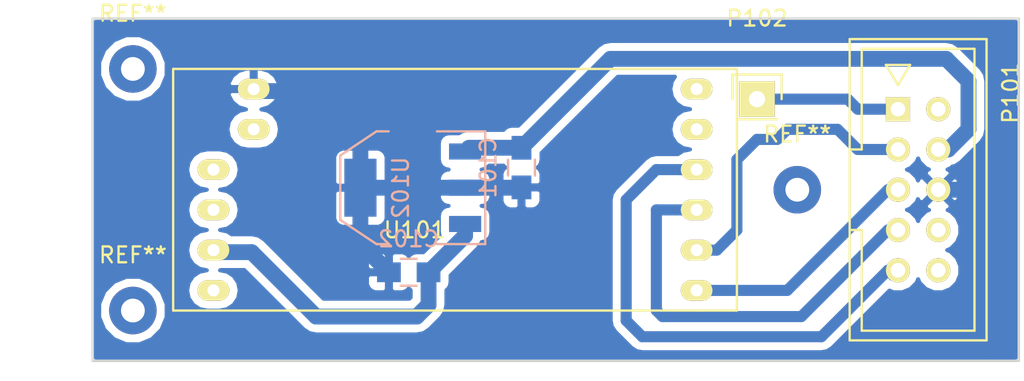
<source format=kicad_pcb>
(kicad_pcb (version 4) (host pcbnew 4.0.1-stable)

  (general
    (links 14)
    (no_connects 0)
    (area 113.721917 103.65988 179.202 128.69918)
    (thickness 1.6)
    (drawings 7)
    (tracks 64)
    (zones 0)
    (modules 9)
    (nets 18)
  )

  (page A4)
  (layers
    (0 F.Cu signal)
    (31 B.Cu signal)
    (32 B.Adhes user)
    (33 F.Adhes user)
    (34 B.Paste user)
    (35 F.Paste user)
    (36 B.SilkS user)
    (37 F.SilkS user)
    (38 B.Mask user)
    (39 F.Mask user)
    (40 Dwgs.User user)
    (41 Cmts.User user)
    (42 Eco1.User user)
    (43 Eco2.User user)
    (44 Edge.Cuts user)
    (45 Margin user)
    (46 B.CrtYd user)
    (47 F.CrtYd user)
    (48 B.Fab user)
    (49 F.Fab user)
  )

  (setup
    (last_trace_width 0.7)
    (user_trace_width 0.5)
    (user_trace_width 0.7)
    (user_trace_width 1)
    (user_trace_width 1.5)
    (trace_clearance 0.5)
    (zone_clearance 0)
    (zone_45_only no)
    (trace_min 0.5)
    (segment_width 0.2)
    (edge_width 0.15)
    (via_size 2)
    (via_drill 0.6)
    (via_min_size 1)
    (via_min_drill 0.5)
    (uvia_size 0.3)
    (uvia_drill 0.1)
    (uvias_allowed no)
    (uvia_min_size 0.2)
    (uvia_min_drill 0.1)
    (pcb_text_width 0.3)
    (pcb_text_size 1.5 1.5)
    (mod_edge_width 0.15)
    (mod_text_size 1 1)
    (mod_text_width 0.15)
    (pad_size 1.524 1.524)
    (pad_drill 0.762)
    (pad_to_mask_clearance 0.2)
    (aux_axis_origin 0 0)
    (visible_elements FFFFFF7F)
    (pcbplotparams
      (layerselection 0x00010_80000000)
      (usegerberextensions false)
      (excludeedgelayer true)
      (linewidth 0.100000)
      (plotframeref false)
      (viasonmask false)
      (mode 1)
      (useauxorigin false)
      (hpglpennumber 1)
      (hpglpenspeed 20)
      (hpglpendiameter 15)
      (hpglpenoverlay 2)
      (psnegative false)
      (psa4output false)
      (plotreference true)
      (plotvalue true)
      (plotinvisibletext false)
      (padsonsilk false)
      (subtractmaskfromsilk false)
      (outputformat 4)
      (mirror false)
      (drillshape 2)
      (scaleselection 1)
      (outputdirectory pcb_gps/))
  )

  (net 0 "")
  (net 1 /VCC)
  (net 2 /GND)
  (net 3 "Net-(C102-Pad1)")
  (net 4 /VBATT)
  (net 5 /GPS_RX)
  (net 6 /GPS_TX)
  (net 7 /PPS)
  (net 8 "Net-(P101-Pad8)")
  (net 9 "Net-(P101-Pad9)")
  (net 10 "Net-(P101-Pad10)")
  (net 11 "Net-(U101-Pad1)")
  (net 12 "Net-(U101-Pad3)")
  (net 13 "Net-(U101-Pad4)")
  (net 14 "Net-(U101-Pad5)")
  (net 15 "Net-(U101-Pad11)")
  (net 16 "Net-(U101-Pad12)")
  (net 17 "Net-(P101-Pad2)")

  (net_class Default "This is the default net class."
    (clearance 0.5)
    (trace_width 0.7)
    (via_dia 2)
    (via_drill 0.6)
    (uvia_dia 0.3)
    (uvia_drill 0.1)
    (add_net /GPS_RX)
    (add_net /GPS_TX)
    (add_net /PPS)
    (add_net /VBATT)
    (add_net "Net-(P101-Pad10)")
    (add_net "Net-(P101-Pad2)")
    (add_net "Net-(P101-Pad8)")
    (add_net "Net-(P101-Pad9)")
  )

  (net_class PWR ""
    (clearance 0.5)
    (trace_width 1)
    (via_dia 2)
    (via_drill 0.6)
    (uvia_dia 0.3)
    (uvia_drill 0.1)
    (add_net /GND)
    (add_net /VCC)
    (add_net "Net-(C102-Pad1)")
    (add_net "Net-(U101-Pad1)")
    (add_net "Net-(U101-Pad11)")
    (add_net "Net-(U101-Pad12)")
    (add_net "Net-(U101-Pad3)")
    (add_net "Net-(U101-Pad4)")
    (add_net "Net-(U101-Pad5)")
  )

  (module Capacitors_SMD:C_0805_HandSoldering (layer B.Cu) (tedit 541A9B8D) (tstamp 56C06D8C)
    (at 147.066 114.808 270)
    (descr "Capacitor SMD 0805, hand soldering")
    (tags "capacitor 0805")
    (path /56C07927)
    (attr smd)
    (fp_text reference C101 (at 0 2.1 270) (layer B.SilkS)
      (effects (font (size 1 1) (thickness 0.15)) (justify mirror))
    )
    (fp_text value 1µF (at 0 -2.1 270) (layer B.Fab)
      (effects (font (size 1 1) (thickness 0.15)) (justify mirror))
    )
    (fp_line (start -2.3 1) (end 2.3 1) (layer B.CrtYd) (width 0.05))
    (fp_line (start -2.3 -1) (end 2.3 -1) (layer B.CrtYd) (width 0.05))
    (fp_line (start -2.3 1) (end -2.3 -1) (layer B.CrtYd) (width 0.05))
    (fp_line (start 2.3 1) (end 2.3 -1) (layer B.CrtYd) (width 0.05))
    (fp_line (start 0.5 0.85) (end -0.5 0.85) (layer B.SilkS) (width 0.15))
    (fp_line (start -0.5 -0.85) (end 0.5 -0.85) (layer B.SilkS) (width 0.15))
    (pad 1 smd rect (at -1.25 0 270) (size 1.5 1.25) (layers B.Cu B.Paste B.Mask)
      (net 1 /VCC))
    (pad 2 smd rect (at 1.25 0 270) (size 1.5 1.25) (layers B.Cu B.Paste B.Mask)
      (net 2 /GND))
    (model Capacitors_SMD.3dshapes/C_0805_HandSoldering.wrl
      (at (xyz 0 0 0))
      (scale (xyz 1 1 1))
      (rotate (xyz 0 0 0))
    )
  )

  (module Capacitors_SMD:C_0805_HandSoldering (layer B.Cu) (tedit 541A9B8D) (tstamp 56C06D92)
    (at 139.954 121.412 180)
    (descr "Capacitor SMD 0805, hand soldering")
    (tags "capacitor 0805")
    (path /56C07999)
    (attr smd)
    (fp_text reference C102 (at 0 2.1 180) (layer B.SilkS)
      (effects (font (size 1 1) (thickness 0.15)) (justify mirror))
    )
    (fp_text value 1µF (at 0 -2.1 180) (layer B.Fab)
      (effects (font (size 1 1) (thickness 0.15)) (justify mirror))
    )
    (fp_line (start -2.3 1) (end 2.3 1) (layer B.CrtYd) (width 0.05))
    (fp_line (start -2.3 -1) (end 2.3 -1) (layer B.CrtYd) (width 0.05))
    (fp_line (start -2.3 1) (end -2.3 -1) (layer B.CrtYd) (width 0.05))
    (fp_line (start 2.3 1) (end 2.3 -1) (layer B.CrtYd) (width 0.05))
    (fp_line (start 0.5 0.85) (end -0.5 0.85) (layer B.SilkS) (width 0.15))
    (fp_line (start -0.5 -0.85) (end 0.5 -0.85) (layer B.SilkS) (width 0.15))
    (pad 1 smd rect (at -1.25 0 180) (size 1.5 1.25) (layers B.Cu B.Paste B.Mask)
      (net 3 "Net-(C102-Pad1)"))
    (pad 2 smd rect (at 1.25 0 180) (size 1.5 1.25) (layers B.Cu B.Paste B.Mask)
      (net 2 /GND))
    (model Capacitors_SMD.3dshapes/C_0805_HandSoldering.wrl
      (at (xyz 0 0 0))
      (scale (xyz 1 1 1))
      (rotate (xyz 0 0 0))
    )
  )

  (module Pin_Headers:Pin_Header_Straight_1x01 (layer F.Cu) (tedit 54EA08DC) (tstamp 56C06DA7)
    (at 161.925 110.49)
    (descr "Through hole pin header")
    (tags "pin header")
    (path /00000000)
    (fp_text reference P102 (at 0 -5.1) (layer F.SilkS)
      (effects (font (size 1 1) (thickness 0.15)))
    )
    (fp_text value CONN_01X01 (at 0 -3.1) (layer F.Fab)
      (effects (font (size 1 1) (thickness 0.15)))
    )
    (fp_line (start 1.55 -1.55) (end 1.55 0) (layer F.SilkS) (width 0.15))
    (fp_line (start -1.75 -1.75) (end -1.75 1.75) (layer F.CrtYd) (width 0.05))
    (fp_line (start 1.75 -1.75) (end 1.75 1.75) (layer F.CrtYd) (width 0.05))
    (fp_line (start -1.75 -1.75) (end 1.75 -1.75) (layer F.CrtYd) (width 0.05))
    (fp_line (start -1.75 1.75) (end 1.75 1.75) (layer F.CrtYd) (width 0.05))
    (fp_line (start -1.55 0) (end -1.55 -1.55) (layer F.SilkS) (width 0.15))
    (fp_line (start -1.55 -1.55) (end 1.55 -1.55) (layer F.SilkS) (width 0.15))
    (fp_line (start -1.27 1.27) (end 1.27 1.27) (layer F.SilkS) (width 0.15))
    (pad 1 thru_hole rect (at 0 0) (size 2.2352 2.2352) (drill 1.016) (layers *.Cu *.Mask F.SilkS)
      (net 4 /VBATT))
    (model Pin_Headers.3dshapes/Pin_Header_Straight_1x01.wrl
      (at (xyz 0 0 0))
      (scale (xyz 1 1 1))
      (rotate (xyz 0 0 90))
    )
  )

  (module local:SOT-223-Tto2 (layer B.Cu) (tedit 56BFAFAF) (tstamp 56C06DBF)
    (at 140.208 116.078 270)
    (descr "module CMS SOT223 4 pins")
    (tags "CMS SOT")
    (path /56C07842)
    (attr smd)
    (fp_text reference U102 (at 0 0.762 270) (layer B.SilkS)
      (effects (font (size 1 1) (thickness 0.15)) (justify mirror))
    )
    (fp_text value MCP1703A (at 0 -0.762 270) (layer B.Fab)
      (effects (font (size 1 1) (thickness 0.15)) (justify mirror))
    )
    (fp_line (start -3.556 -1.524) (end -3.556 -4.572) (layer B.SilkS) (width 0.15))
    (fp_line (start -3.556 -4.572) (end 3.556 -4.572) (layer B.SilkS) (width 0.15))
    (fp_line (start 3.556 -4.572) (end 3.556 -1.524) (layer B.SilkS) (width 0.15))
    (fp_line (start -3.556 1.524) (end -3.556 2.286) (layer B.SilkS) (width 0.15))
    (fp_line (start -3.556 2.286) (end -2.032 4.572) (layer B.SilkS) (width 0.15))
    (fp_line (start -2.032 4.572) (end 2.032 4.572) (layer B.SilkS) (width 0.15))
    (fp_line (start 2.032 4.572) (end 3.556 2.286) (layer B.SilkS) (width 0.15))
    (fp_line (start 3.556 2.286) (end 3.556 1.524) (layer B.SilkS) (width 0.15))
    (pad 2 smd rect (at 0 3.302 270) (size 3.6576 2.032) (layers B.Cu B.Paste B.Mask)
      (net 2 /GND))
    (pad 2 smd rect (at 0 -3.302 270) (size 1.016 2.032) (layers B.Cu B.Paste B.Mask)
      (net 2 /GND))
    (pad 3 smd rect (at 2.286 -3.302 270) (size 1.016 2.032) (layers B.Cu B.Paste B.Mask)
      (net 3 "Net-(C102-Pad1)"))
    (pad 1 smd rect (at -2.286 -3.302 270) (size 1.016 2.032) (layers B.Cu B.Paste B.Mask)
      (net 1 /VCC))
    (model TO_SOT_Packages_SMD.3dshapes/SOT-223.wrl
      (at (xyz 0 0 0))
      (scale (xyz 0.4 0.4 0.4))
      (rotate (xyz 0 0 0))
    )
  )

  (module local:MountingHole_2-5mm (layer F.Cu) (tedit 56B0EDA1) (tstamp 56C07213)
    (at 122.555 108.585)
    (descr "Mounting hole, Befestigungsbohrung, 2,5mm, No Annular, Kein Restring,")
    (tags "Mounting hole, Befestigungsbohrung, 2,5mm, No Annular, Kein Restring,")
    (fp_text reference REF** (at 0 -3.50012) (layer F.SilkS)
      (effects (font (size 1 1) (thickness 0.15)))
    )
    (fp_text value MountingHole_dia3mm (at 0.09906 3.59918) (layer F.Fab)
      (effects (font (size 1 1) (thickness 0.15)))
    )
    (fp_circle (center 0 0) (end 2.5 0) (layer Cmts.User) (width 0.381))
    (pad 1 thru_hole circle (at 0 0) (size 3 3) (drill 1.5) (layers *.Cu)
      (zone_connect 0))
  )

  (module local:MountingHole_2-5mm (layer F.Cu) (tedit 56B0EDA1) (tstamp 56C0722B)
    (at 122.555 123.825)
    (descr "Mounting hole, Befestigungsbohrung, 2,5mm, No Annular, Kein Restring,")
    (tags "Mounting hole, Befestigungsbohrung, 2,5mm, No Annular, Kein Restring,")
    (fp_text reference REF** (at 0 -3.50012) (layer F.SilkS)
      (effects (font (size 1 1) (thickness 0.15)))
    )
    (fp_text value MountingHole_dia3mm (at 0.09906 3.59918) (layer F.Fab)
      (effects (font (size 1 1) (thickness 0.15)))
    )
    (fp_circle (center 0 0) (end 2.5 0) (layer Cmts.User) (width 0.381))
    (pad 1 thru_hole circle (at 0 0) (size 3 3) (drill 1.5) (layers *.Cu)
      (zone_connect 0))
  )

  (module local:MountingHole_2-5mm (layer F.Cu) (tedit 56B0EDA1) (tstamp 56C07258)
    (at 164.465 116.205)
    (descr "Mounting hole, Befestigungsbohrung, 2,5mm, No Annular, Kein Restring,")
    (tags "Mounting hole, Befestigungsbohrung, 2,5mm, No Annular, Kein Restring,")
    (fp_text reference REF** (at 0 -3.50012) (layer F.SilkS)
      (effects (font (size 1 1) (thickness 0.15)))
    )
    (fp_text value MountingHole_dia3mm (at 0.09906 3.59918) (layer F.Fab)
      (effects (font (size 1 1) (thickness 0.15)))
    )
    (fp_circle (center 0 0) (end 2.5 0) (layer Cmts.User) (width 0.381))
    (pad 1 thru_hole circle (at 0 0) (size 3 3) (drill 1.5) (layers *.Cu)
      (zone_connect 0))
  )

  (module local:he10s-10d (layer F.Cu) (tedit 56C08102) (tstamp 56C081A6)
    (at 172.085 116.205 270)
    (descr "Connecteur HE10 10 contacts droit")
    (tags "CONN HE10")
    (path /56C07B35)
    (fp_text reference P101 (at -6.096 -5.842 270) (layer F.SilkS)
      (effects (font (size 1 1) (thickness 0.15)))
    )
    (fp_text value HE10-10 (at 6.096 5.842 270) (layer F.Fab)
      (effects (font (size 1 1) (thickness 0.15)))
    )
    (fp_line (start 9.502 -4.318) (end 9.502 4.318) (layer F.SilkS) (width 0.15))
    (fp_line (start 9.5 4.318) (end -9.5 4.318) (layer F.SilkS) (width 0.15))
    (fp_line (start -9.5 -4.318) (end 9.5 -4.318) (layer F.SilkS) (width 0.15))
    (fp_line (start -8.89 3.556) (end -8.89 -3.556) (layer F.SilkS) (width 0.15))
    (fp_line (start 8.89 3.556) (end 8.89 -3.556) (layer F.SilkS) (width 0.15))
    (fp_line (start -2.54 4.318) (end -2.54 3.556) (layer F.SilkS) (width 0.15))
    (fp_line (start -2.54 3.556) (end -8.89 3.556) (layer F.SilkS) (width 0.15))
    (fp_line (start -8.89 -3.556) (end 8.89 -3.556) (layer F.SilkS) (width 0.15))
    (fp_line (start 8.89 3.556) (end 2.54 3.556) (layer F.SilkS) (width 0.15))
    (fp_line (start 2.54 3.556) (end 2.54 4.318) (layer F.SilkS) (width 0.15))
    (fp_line (start -9.502 4.318) (end -9.502 -4.318) (layer F.SilkS) (width 0.15))
    (fp_line (start -6.604 1.27) (end -7.874 0.508) (layer F.SilkS) (width 0.15))
    (fp_line (start -7.874 0.508) (end -7.874 2.032) (layer F.SilkS) (width 0.15))
    (fp_line (start -7.874 2.032) (end -6.604 1.27) (layer F.SilkS) (width 0.15))
    (pad 1 thru_hole rect (at -5.08 1.27 270) (size 1.524 1.524) (drill 0.9144) (layers *.Cu *.Mask F.SilkS)
      (net 4 /VBATT))
    (pad 2 thru_hole circle (at -5.08 -1.27 270) (size 1.524 1.524) (drill 0.9144) (layers *.Cu *.Mask F.SilkS)
      (net 17 "Net-(P101-Pad2)"))
    (pad 3 thru_hole circle (at -2.54 1.27 270) (size 1.524 1.524) (drill 0.9144) (layers *.Cu *.Mask F.SilkS)
      (net 5 /GPS_RX))
    (pad 4 thru_hole circle (at -2.54 -1.27 270) (size 1.524 1.524) (drill 0.9144) (layers *.Cu *.Mask F.SilkS)
      (net 1 /VCC))
    (pad 5 thru_hole circle (at 0 1.27 270) (size 1.524 1.524) (drill 0.9144) (layers *.Cu *.Mask F.SilkS)
      (net 6 /GPS_TX))
    (pad 6 thru_hole circle (at 0 -1.27 270) (size 1.524 1.524) (drill 0.9144) (layers *.Cu *.Mask F.SilkS)
      (net 2 /GND))
    (pad 7 thru_hole circle (at 2.54 1.27 270) (size 1.524 1.524) (drill 0.9144) (layers *.Cu *.Mask F.SilkS)
      (net 7 /PPS))
    (pad 8 thru_hole circle (at 2.54 -1.27 270) (size 1.524 1.524) (drill 0.9144) (layers *.Cu *.Mask F.SilkS)
      (net 8 "Net-(P101-Pad8)"))
    (pad 9 thru_hole circle (at 5.08 1.27 270) (size 1.524 1.524) (drill 0.9144) (layers *.Cu *.Mask F.SilkS)
      (net 9 "Net-(P101-Pad9)"))
    (pad 10 thru_hole circle (at 5.08 -1.27 270) (size 1.524 1.524) (drill 0.9144) (layers *.Cu *.Mask F.SilkS)
      (net 10 "Net-(P101-Pad10)"))
    (model Connect.3dshapes/he10-10d.wrl
      (at (xyz 0 0 0))
      (scale (xyz 1 1 1))
      (rotate (xyz 0 0 0))
    )
  )

  (module local:microstack (layer F.Cu) (tedit 56C342E9) (tstamp 56C3454A)
    (at 140.335 114.935)
    (path /56C07B34)
    (fp_text reference U101 (at 0 3.81) (layer F.SilkS)
      (effects (font (size 1 1) (thickness 0.15)))
    )
    (fp_text value microstack_GPS (at 0 -3.81) (layer F.Fab)
      (effects (font (size 1 1) (thickness 0.15)))
    )
    (fp_line (start 20.32 8.89) (end 17.78 8.89) (layer F.SilkS) (width 0.15))
    (fp_line (start 17.78 -6.35) (end 20.32 -6.35) (layer F.SilkS) (width 0.15))
    (fp_line (start 17.78 -6.35) (end -15.24 -6.35) (layer F.SilkS) (width 0.15))
    (fp_line (start -15.24 -6.35) (end -15.24 8.89) (layer F.SilkS) (width 0.15))
    (fp_line (start -15.24 8.89) (end 17.78 8.89) (layer F.SilkS) (width 0.15))
    (fp_line (start 20.32 8.89) (end 20.32 -6.35) (layer F.SilkS) (width 0.15))
    (pad 1 thru_hole oval (at -12.7 7.62) (size 2 1.3) (drill 0.762) (layers *.Cu *.Mask F.SilkS)
      (net 11 "Net-(U101-Pad1)"))
    (pad 2 thru_hole oval (at -12.7 5.08) (size 2 1.3) (drill 0.762) (layers *.Cu *.Mask F.SilkS)
      (net 3 "Net-(C102-Pad1)"))
    (pad 3 thru_hole oval (at -12.7 2.54) (size 2 1.3) (drill 0.762) (layers *.Cu *.Mask F.SilkS)
      (net 12 "Net-(U101-Pad3)"))
    (pad 4 thru_hole oval (at -12.7 0) (size 2 1.3) (drill 0.762) (layers *.Cu *.Mask F.SilkS)
      (net 13 "Net-(U101-Pad4)"))
    (pad 5 thru_hole oval (at -10.16 -2.54) (size 2 1.3) (drill 0.762) (layers *.Cu *.Mask F.SilkS)
      (net 14 "Net-(U101-Pad5)"))
    (pad 6 thru_hole oval (at -10.16 -5.08) (size 2 1.3) (drill 0.762) (layers *.Cu *.Mask F.SilkS)
      (net 2 /GND))
    (pad 7 thru_hole oval (at 17.78 7.62) (size 2 1.3) (drill 0.762) (layers *.Cu *.Mask F.SilkS)
      (net 6 /GPS_TX))
    (pad 8 thru_hole oval (at 17.78 5.08) (size 2 1.3) (drill 0.762) (layers *.Cu *.Mask F.SilkS)
      (net 5 /GPS_RX))
    (pad 9 thru_hole oval (at 17.78 2.54) (size 2 1.3) (drill 0.762) (layers *.Cu *.Mask F.SilkS)
      (net 7 /PPS))
    (pad 10 thru_hole oval (at 17.78 0) (size 2 1.3) (drill 0.762) (layers *.Cu *.Mask F.SilkS)
      (net 9 "Net-(P101-Pad9)"))
    (pad 11 thru_hole oval (at 17.78 -2.54) (size 2 1.3) (drill 0.762) (layers *.Cu *.Mask F.SilkS)
      (net 15 "Net-(U101-Pad11)"))
    (pad 12 thru_hole oval (at 17.78 -5.08) (size 2 1.3) (drill 0.762) (layers *.Cu *.Mask F.SilkS)
      (net 16 "Net-(U101-Pad12)"))
  )

  (gr_line (start 178.435 127) (end 176.53 127) (angle 90) (layer Edge.Cuts) (width 0.15))
  (gr_line (start 178.435 105.41) (end 178.435 127) (angle 90) (layer Edge.Cuts) (width 0.15))
  (gr_line (start 176.53 105.41) (end 178.435 105.41) (angle 90) (layer Edge.Cuts) (width 0.15))
  (gr_line (start 120.015 127) (end 120.015 105.41) (angle 90) (layer Edge.Cuts) (width 0.15))
  (gr_line (start 178.435 105.41) (end 178.435 127) (angle 90) (layer Edge.Cuts) (width 0.15))
  (gr_line (start 120.015 127) (end 176.53 127) (angle 90) (layer Edge.Cuts) (width 0.15))
  (gr_line (start 176.53 105.41) (end 120.015 105.41) (angle 90) (layer Edge.Cuts) (width 0.15))

  (segment (start 173.355 113.665) (end 173.99 113.665) (width 1) (layer B.Cu) (net 1) (status 30))
  (segment (start 173.99 113.665) (end 175.26 112.395) (width 1) (layer B.Cu) (net 1) (tstamp 56C48FF1) (status 10))
  (segment (start 152.674 107.95) (end 147.066 113.558) (width 1) (layer B.Cu) (net 1) (tstamp 56C49000) (status 20))
  (segment (start 173.859998 107.95) (end 152.674 107.95) (width 1) (layer B.Cu) (net 1) (tstamp 56C48FF7))
  (segment (start 175.26 109.350002) (end 173.859998 107.95) (width 1) (layer B.Cu) (net 1) (tstamp 56C48FF4))
  (segment (start 175.26 112.395) (end 175.26 109.350002) (width 1) (layer B.Cu) (net 1) (tstamp 56C48FF2))
  (segment (start 173.4185 113.7285) (end 173.355 113.665) (width 1) (layer B.Cu) (net 1) (tstamp 56C3458E) (status 30))
  (segment (start 147.066 113.558) (end 143.744 113.558) (width 1) (layer B.Cu) (net 1) (status 30))
  (segment (start 143.744 113.558) (end 143.51 113.792) (width 0.7) (layer B.Cu) (net 1) (tstamp 56C0706B) (status 30))
  (segment (start 173.355 116.205) (end 176.53 116.205) (width 1) (layer B.Cu) (net 2) (status 10))
  (segment (start 144.145 106.299) (end 136.906 113.538) (width 1) (layer B.Cu) (net 2) (tstamp 56C48FDB))
  (segment (start 175.514 106.299) (end 144.145 106.299) (width 1) (layer B.Cu) (net 2) (tstamp 56C48FD7))
  (segment (start 177.165 107.95) (end 175.514 106.299) (width 1) (layer B.Cu) (net 2) (tstamp 56C48FD6))
  (segment (start 177.165 115.57) (end 177.165 107.95) (width 1) (layer B.Cu) (net 2) (tstamp 56C48FD5))
  (segment (start 176.53 116.205) (end 177.165 115.57) (width 1) (layer B.Cu) (net 2) (tstamp 56C48FD4))
  (segment (start 173.482 116.332) (end 173.355 116.205) (width 1) (layer B.Cu) (net 2) (tstamp 56C34591) (status 30))
  (segment (start 143.51 116.078) (end 147.046 116.078) (width 1) (layer B.Cu) (net 2) (status 30))
  (segment (start 147.046 116.078) (end 147.066 116.058) (width 1) (layer B.Cu) (net 2) (tstamp 56C07548) (status 30))
  (segment (start 136.906 116.078) (end 136.906 119.614) (width 1) (layer B.Cu) (net 2) (status 10))
  (segment (start 136.906 119.614) (end 138.704 121.412) (width 1) (layer B.Cu) (net 2) (tstamp 56C07096) (status 20))
  (segment (start 136.906 116.078) (end 136.906 113.538) (width 1) (layer B.Cu) (net 2) (status 10))
  (segment (start 136.906 113.538) (end 133.35 109.982) (width 1) (layer B.Cu) (net 2) (tstamp 56C0708E))
  (segment (start 133.35 109.982) (end 130.302 109.982) (width 1) (layer B.Cu) (net 2) (tstamp 56C0708F) (status 20))
  (segment (start 143.51 116.078) (end 136.906 116.078) (width 1) (layer B.Cu) (net 2) (status 30))
  (segment (start 141.204 121.412) (end 141.204 123.464) (width 1) (layer B.Cu) (net 3) (status 10))
  (segment (start 141.204 123.464) (end 140.462 124.206) (width 1) (layer B.Cu) (net 3) (tstamp 56C07099))
  (segment (start 140.462 124.206) (end 134.112 124.206) (width 1) (layer B.Cu) (net 3) (tstamp 56C0709A))
  (segment (start 134.112 124.206) (end 130.048 120.142) (width 1) (layer B.Cu) (net 3) (tstamp 56C0709B))
  (segment (start 130.048 120.142) (end 127.762 120.142) (width 1) (layer B.Cu) (net 3) (tstamp 56C070A1) (status 20))
  (segment (start 143.51 118.364) (end 143.51 119.106) (width 1) (layer B.Cu) (net 3) (status 10))
  (segment (start 143.51 119.106) (end 141.204 121.412) (width 1) (layer B.Cu) (net 3) (tstamp 56C07093) (status 20))
  (segment (start 161.925 110.49) (end 167.64 110.49) (width 0.7) (layer B.Cu) (net 4) (status 10))
  (segment (start 167.64 110.49) (end 168.275 111.125) (width 0.7) (layer B.Cu) (net 4) (tstamp 56C49060))
  (segment (start 170.815 111.125) (end 168.275 111.125) (width 0.7) (layer B.Cu) (net 4) (status 10))
  (segment (start 170.688 111.252) (end 170.815 111.125) (width 0.7) (layer B.Cu) (net 4) (tstamp 56C34596) (status 30))
  (segment (start 163.195 113.03) (end 161.925 113.03) (width 0.7) (layer B.Cu) (net 5))
  (segment (start 160.655 114.3) (end 160.655 118.745) (width 0.7) (layer B.Cu) (net 5) (tstamp 56C49058))
  (segment (start 161.925 113.03) (end 160.655 114.3) (width 0.7) (layer B.Cu) (net 5) (tstamp 56C49057))
  (segment (start 170.815 113.665) (end 168.275 113.665) (width 0.7) (layer B.Cu) (net 5) (status 10))
  (segment (start 159.385 120.015) (end 158.115 120.015) (width 0.7) (layer B.Cu) (net 5) (tstamp 56C48F42) (status 20))
  (segment (start 160.655 118.745) (end 159.385 120.015) (width 0.7) (layer B.Cu) (net 5) (tstamp 56C48F3F))
  (segment (start 163.83 112.395) (end 163.195 113.03) (width 0.7) (layer B.Cu) (net 5) (tstamp 56C48F38))
  (segment (start 167.005 112.395) (end 163.83 112.395) (width 0.7) (layer B.Cu) (net 5) (tstamp 56C48F36))
  (segment (start 168.275 113.665) (end 167.005 112.395) (width 0.7) (layer B.Cu) (net 5) (tstamp 56C48F2E))
  (segment (start 158.115 120.015) (end 158.75 120.015) (width 0.7) (layer B.Cu) (net 5) (status 30))
  (segment (start 170.815 116.205) (end 170.18 116.205) (width 0.7) (layer B.Cu) (net 6) (status 30))
  (segment (start 163.83 122.555) (end 158.115 122.555) (width 0.7) (layer B.Cu) (net 6) (tstamp 56C48F5A) (status 20))
  (segment (start 170.18 116.205) (end 163.83 122.555) (width 0.7) (layer B.Cu) (net 6) (tstamp 56C48F4E) (status 10))
  (segment (start 158.115 122.555) (end 158.75 122.555) (width 0.7) (layer B.Cu) (net 6) (status 30))
  (segment (start 170.688 116.332) (end 170.815 116.205) (width 0.7) (layer B.Cu) (net 6) (tstamp 56C345A0) (status 30))
  (segment (start 170.815 118.745) (end 170.18 118.745) (width 0.7) (layer B.Cu) (net 7) (status 30))
  (segment (start 155.956 124.206) (end 164.719 124.206) (width 0.7) (layer B.Cu) (net 7))
  (segment (start 155.575 123.825) (end 155.575 117.475) (width 0.7) (layer B.Cu) (net 7) (tstamp 56C345E8))
  (segment (start 155.575 117.475) (end 158.115 117.475) (width 0.7) (layer B.Cu) (net 7) (tstamp 56C345C1) (status 20))
  (segment (start 155.575 123.825) (end 155.956 124.206) (width 0.7) (layer B.Cu) (net 7))
  (segment (start 170.18 118.745) (end 164.719 124.206) (width 0.7) (layer B.Cu) (net 7) (tstamp 56C48F6F) (status 10))
  (segment (start 170.815 121.285) (end 170.18 121.285) (width 0.7) (layer B.Cu) (net 9) (status 30))
  (segment (start 153.67 116.84) (end 153.67 124.46) (width 0.7) (layer B.Cu) (net 9) (tstamp 56C345CE))
  (segment (start 155.575 114.935) (end 153.67 116.84) (width 0.7) (layer B.Cu) (net 9) (tstamp 56C345CD))
  (segment (start 155.575 114.935) (end 158.115 114.935) (width 0.7) (layer B.Cu) (net 9) (status 20))
  (segment (start 154.686 125.476) (end 153.67 124.46) (width 0.7) (layer B.Cu) (net 9) (tstamp 56C48D47))
  (segment (start 154.686 125.476) (end 165.989 125.476) (width 0.7) (layer B.Cu) (net 9))
  (segment (start 170.18 121.285) (end 165.989 125.476) (width 0.7) (layer B.Cu) (net 9) (tstamp 56C48F76) (status 10))
  (segment (start 170.4975 121.6025) (end 170.815 121.285) (width 0.7) (layer B.Cu) (net 9) (tstamp 56C345AF) (status 30))

  (zone (net 2) (net_name /GND) (layer B.Cu) (tstamp 56C071A7) (hatch edge 0.508)
    (connect_pads (clearance 0))
    (min_thickness 0.254)
    (fill yes (arc_segments 16) (thermal_gap 0.508) (thermal_bridge_width 0.508))
    (polygon
      (pts
        (xy 178.435 127) (xy 120.015 127) (xy 120.015 105.41) (xy 178.435 105.41)
      )
    )
    (filled_polygon
      (pts
        (xy 178.233 126.798) (xy 120.217 126.798) (xy 120.217 124.24623) (xy 120.427632 124.24623) (xy 120.750766 125.028274)
        (xy 121.348578 125.627131) (xy 122.130057 125.95163) (xy 122.97623 125.952368) (xy 123.758274 125.629234) (xy 124.357131 125.031422)
        (xy 124.68163 124.249943) (xy 124.682368 123.40377) (xy 124.359234 122.621726) (xy 123.761422 122.022869) (xy 122.979943 121.69837)
        (xy 122.13377 121.697632) (xy 121.351726 122.020766) (xy 120.752869 122.618578) (xy 120.42837 123.400057) (xy 120.427632 124.24623)
        (xy 120.217 124.24623) (xy 120.217 114.935) (xy 125.976125 114.935) (xy 126.073331 115.423687) (xy 126.35015 115.837975)
        (xy 126.764438 116.114794) (xy 127.217934 116.205) (xy 126.764438 116.295206) (xy 126.35015 116.572025) (xy 126.073331 116.986313)
        (xy 125.976125 117.475) (xy 126.073331 117.963687) (xy 126.35015 118.377975) (xy 126.764438 118.654794) (xy 127.217934 118.745)
        (xy 126.764438 118.835206) (xy 126.35015 119.112025) (xy 126.073331 119.526313) (xy 125.976125 120.015) (xy 126.073331 120.503687)
        (xy 126.35015 120.917975) (xy 126.764438 121.194794) (xy 127.217934 121.285) (xy 126.764438 121.375206) (xy 126.35015 121.652025)
        (xy 126.073331 122.066313) (xy 125.976125 122.555) (xy 126.073331 123.043687) (xy 126.35015 123.457975) (xy 126.764438 123.734794)
        (xy 127.253125 123.832) (xy 128.016875 123.832) (xy 128.505562 123.734794) (xy 128.91985 123.457975) (xy 129.196669 123.043687)
        (xy 129.293875 122.555) (xy 129.196669 122.066313) (xy 128.91985 121.652025) (xy 128.505562 121.375206) (xy 128.052066 121.285)
        (xy 128.132504 121.269) (xy 129.581182 121.269) (xy 133.315091 125.002909) (xy 133.680716 125.247212) (xy 134.112 125.333)
        (xy 140.462 125.333) (xy 140.893284 125.247212) (xy 141.258909 125.002909) (xy 142.000909 124.26091) (xy 142.245212 123.895285)
        (xy 142.259445 123.82373) (xy 142.331 123.464) (xy 142.331 122.539484) (xy 142.399753 122.495243) (xy 142.542917 122.285717)
        (xy 142.593283 122.037) (xy 142.593283 121.616535) (xy 144.306909 119.90291) (xy 144.551212 119.537285) (xy 144.557565 119.505344)
        (xy 144.758352 119.467563) (xy 144.971753 119.330243) (xy 145.114917 119.120717) (xy 145.165283 118.872) (xy 145.165283 117.856)
        (xy 145.121563 117.623648) (xy 144.984243 117.410247) (xy 144.774717 117.267083) (xy 144.54715 117.221) (xy 144.65231 117.221)
        (xy 144.885699 117.124327) (xy 145.064327 116.945698) (xy 145.161 116.712309) (xy 145.161 116.36375) (xy 145.141 116.34375)
        (xy 145.806 116.34375) (xy 145.806 116.934309) (xy 145.902673 117.167698) (xy 146.081301 117.346327) (xy 146.31469 117.443)
        (xy 146.78025 117.443) (xy 146.939 117.28425) (xy 146.939 116.185) (xy 147.193 116.185) (xy 147.193 117.28425)
        (xy 147.35175 117.443) (xy 147.81731 117.443) (xy 148.050699 117.346327) (xy 148.229327 117.167698) (xy 148.326 116.934309)
        (xy 148.326 116.34375) (xy 148.16725 116.185) (xy 147.193 116.185) (xy 146.939 116.185) (xy 145.96475 116.185)
        (xy 145.806 116.34375) (xy 145.141 116.34375) (xy 145.00225 116.205) (xy 143.637 116.205) (xy 143.637 116.225)
        (xy 143.383 116.225) (xy 143.383 116.205) (xy 142.01775 116.205) (xy 141.859 116.36375) (xy 141.859 116.712309)
        (xy 141.955673 116.945698) (xy 142.134301 117.124327) (xy 142.36769 117.221) (xy 142.471238 117.221) (xy 142.261648 117.260437)
        (xy 142.048247 117.397757) (xy 141.905083 117.607283) (xy 141.854717 117.856) (xy 141.854717 118.872) (xy 141.898437 119.104352)
        (xy 141.90603 119.116152) (xy 140.874465 120.147717) (xy 140.454 120.147717) (xy 140.221648 120.191437) (xy 140.008247 120.328757)
        (xy 139.961784 120.396758) (xy 139.813698 120.248673) (xy 139.580309 120.152) (xy 138.98975 120.152) (xy 138.831 120.31075)
        (xy 138.831 121.285) (xy 138.851 121.285) (xy 138.851 121.539) (xy 138.831 121.539) (xy 138.831 122.51325)
        (xy 138.98975 122.672) (xy 139.580309 122.672) (xy 139.813698 122.575327) (xy 139.960721 122.428305) (xy 139.995757 122.482753)
        (xy 140.077 122.538264) (xy 140.077 122.997181) (xy 139.995182 123.079) (xy 134.578818 123.079) (xy 133.197568 121.69775)
        (xy 137.319 121.69775) (xy 137.319 122.16331) (xy 137.415673 122.396699) (xy 137.594302 122.575327) (xy 137.827691 122.672)
        (xy 138.41825 122.672) (xy 138.577 122.51325) (xy 138.577 121.539) (xy 137.47775 121.539) (xy 137.319 121.69775)
        (xy 133.197568 121.69775) (xy 132.160508 120.66069) (xy 137.319 120.66069) (xy 137.319 121.12625) (xy 137.47775 121.285)
        (xy 138.577 121.285) (xy 138.577 120.31075) (xy 138.41825 120.152) (xy 137.827691 120.152) (xy 137.594302 120.248673)
        (xy 137.415673 120.427301) (xy 137.319 120.66069) (xy 132.160508 120.66069) (xy 130.844909 119.345091) (xy 130.479284 119.100788)
        (xy 130.048 119.015) (xy 128.774642 119.015) (xy 128.505562 118.835206) (xy 128.052066 118.745) (xy 128.505562 118.654794)
        (xy 128.91985 118.377975) (xy 129.196669 117.963687) (xy 129.293875 117.475) (xy 129.196669 116.986313) (xy 128.91985 116.572025)
        (xy 128.608146 116.36375) (xy 135.255 116.36375) (xy 135.255 118.033109) (xy 135.351673 118.266498) (xy 135.530301 118.445127)
        (xy 135.76369 118.5418) (xy 136.62025 118.5418) (xy 136.779 118.38305) (xy 136.779 116.205) (xy 137.033 116.205)
        (xy 137.033 118.38305) (xy 137.19175 118.5418) (xy 138.04831 118.5418) (xy 138.281699 118.445127) (xy 138.460327 118.266498)
        (xy 138.557 118.033109) (xy 138.557 116.36375) (xy 138.39825 116.205) (xy 137.033 116.205) (xy 136.779 116.205)
        (xy 135.41375 116.205) (xy 135.255 116.36375) (xy 128.608146 116.36375) (xy 128.505562 116.295206) (xy 128.052066 116.205)
        (xy 128.505562 116.114794) (xy 128.91985 115.837975) (xy 129.196669 115.423687) (xy 129.293875 114.935) (xy 129.196669 114.446313)
        (xy 128.980565 114.122891) (xy 135.255 114.122891) (xy 135.255 115.79225) (xy 135.41375 115.951) (xy 136.779 115.951)
        (xy 136.779 113.77295) (xy 137.033 113.77295) (xy 137.033 115.951) (xy 138.39825 115.951) (xy 138.557 115.79225)
        (xy 138.557 114.122891) (xy 138.460327 113.889502) (xy 138.281699 113.710873) (xy 138.04831 113.6142) (xy 137.19175 113.6142)
        (xy 137.033 113.77295) (xy 136.779 113.77295) (xy 136.62025 113.6142) (xy 135.76369 113.6142) (xy 135.530301 113.710873)
        (xy 135.351673 113.889502) (xy 135.255 114.122891) (xy 128.980565 114.122891) (xy 128.91985 114.032025) (xy 128.505562 113.755206)
        (xy 128.016875 113.658) (xy 127.253125 113.658) (xy 126.764438 113.755206) (xy 126.35015 114.032025) (xy 126.073331 114.446313)
        (xy 125.976125 114.935) (xy 120.217 114.935) (xy 120.217 112.395) (xy 128.516125 112.395) (xy 128.613331 112.883687)
        (xy 128.89015 113.297975) (xy 129.304438 113.574794) (xy 129.793125 113.672) (xy 130.556875 113.672) (xy 131.045562 113.574794)
        (xy 131.45985 113.297975) (xy 131.469187 113.284) (xy 141.854717 113.284) (xy 141.854717 114.3) (xy 141.898437 114.532352)
        (xy 142.035757 114.745753) (xy 142.245283 114.888917) (xy 142.47285 114.935) (xy 142.36769 114.935) (xy 142.134301 115.031673)
        (xy 141.955673 115.210302) (xy 141.859 115.443691) (xy 141.859 115.79225) (xy 142.01775 115.951) (xy 143.383 115.951)
        (xy 143.383 115.931) (xy 143.637 115.931) (xy 143.637 115.951) (xy 145.00225 115.951) (xy 145.161 115.79225)
        (xy 145.161 115.443691) (xy 145.064327 115.210302) (xy 144.885699 115.031673) (xy 144.65231 114.935) (xy 144.548762 114.935)
        (xy 144.758352 114.895563) (xy 144.971753 114.758243) (xy 145.021798 114.685) (xy 145.938516 114.685) (xy 145.982757 114.753753)
        (xy 146.050758 114.800216) (xy 145.902673 114.948302) (xy 145.806 115.181691) (xy 145.806 115.77225) (xy 145.96475 115.931)
        (xy 146.939 115.931) (xy 146.939 115.911) (xy 147.193 115.911) (xy 147.193 115.931) (xy 148.16725 115.931)
        (xy 148.326 115.77225) (xy 148.326 115.181691) (xy 148.229327 114.948302) (xy 148.082305 114.801279) (xy 148.136753 114.766243)
        (xy 148.279917 114.556717) (xy 148.330283 114.308) (xy 148.330283 113.887535) (xy 153.140819 109.077) (xy 156.746644 109.077)
        (xy 156.553331 109.366313) (xy 156.456125 109.855) (xy 156.553331 110.343687) (xy 156.83015 110.757975) (xy 157.244438 111.034794)
        (xy 157.697934 111.125) (xy 157.244438 111.215206) (xy 156.83015 111.492025) (xy 156.553331 111.906313) (xy 156.456125 112.395)
        (xy 156.553331 112.883687) (xy 156.83015 113.297975) (xy 157.244438 113.574794) (xy 157.697934 113.665) (xy 157.244438 113.755206)
        (xy 156.940936 113.958) (xy 155.575 113.958) (xy 155.201118 114.03237) (xy 155.001305 114.165881) (xy 154.884157 114.244157)
        (xy 152.979157 116.149157) (xy 152.76737 116.466118) (xy 152.693 116.84) (xy 152.693 124.46) (xy 152.76737 124.833882)
        (xy 152.9466 125.102118) (xy 152.979157 125.150843) (xy 153.995157 126.166843) (xy 154.312118 126.37863) (xy 154.686 126.453)
        (xy 165.989 126.453) (xy 166.362882 126.37863) (xy 166.679843 126.166843) (xy 170.279895 122.566791) (xy 170.537499 122.673758)
        (xy 171.090077 122.67424) (xy 171.600777 122.463223) (xy 171.99185 122.072833) (xy 172.084967 121.848581) (xy 172.176777 122.070777)
        (xy 172.567167 122.46185) (xy 173.077499 122.673758) (xy 173.630077 122.67424) (xy 174.140777 122.463223) (xy 174.53185 122.072833)
        (xy 174.743758 121.562501) (xy 174.74424 121.009923) (xy 174.533223 120.499223) (xy 174.142833 120.10815) (xy 173.918581 120.015033)
        (xy 174.140777 119.923223) (xy 174.53185 119.532833) (xy 174.743758 119.022501) (xy 174.74424 118.469923) (xy 174.533223 117.959223)
        (xy 174.142833 117.56815) (xy 173.944828 117.485931) (xy 174.086143 117.427397) (xy 174.155608 117.185213) (xy 173.355 116.384605)
        (xy 172.554392 117.185213) (xy 172.623857 117.427397) (xy 172.775561 117.48152) (xy 172.569223 117.566777) (xy 172.17815 117.957167)
        (xy 172.085033 118.181419) (xy 171.993223 117.959223) (xy 171.602833 117.56815) (xy 171.378581 117.475033) (xy 171.600777 117.383223)
        (xy 171.99185 116.992833) (xy 172.074069 116.794828) (xy 172.132603 116.936143) (xy 172.374787 117.005608) (xy 173.175395 116.205)
        (xy 173.534605 116.205) (xy 174.335213 117.005608) (xy 174.577397 116.936143) (xy 174.764144 116.412698) (xy 174.736362 115.857632)
        (xy 174.577397 115.473857) (xy 174.335213 115.404392) (xy 173.534605 116.205) (xy 173.175395 116.205) (xy 172.374787 115.404392)
        (xy 172.132603 115.473857) (xy 172.07848 115.625561) (xy 171.993223 115.419223) (xy 171.602833 115.02815) (xy 171.378581 114.935033)
        (xy 171.600777 114.843223) (xy 171.99185 114.452833) (xy 172.084967 114.228581) (xy 172.176777 114.450777) (xy 172.567167 114.84185)
        (xy 172.765172 114.924069) (xy 172.623857 114.982603) (xy 172.554392 115.224787) (xy 173.355 116.025395) (xy 174.155608 115.224787)
        (xy 174.086143 114.982603) (xy 173.934439 114.92848) (xy 174.140777 114.843223) (xy 174.242379 114.741799) (xy 174.421284 114.706212)
        (xy 174.786909 114.461909) (xy 176.056909 113.19191) (xy 176.301212 112.826284) (xy 176.31418 112.761091) (xy 176.387 112.395)
        (xy 176.387 109.350002) (xy 176.301212 108.918718) (xy 176.056909 108.553093) (xy 174.656907 107.153091) (xy 174.291282 106.908788)
        (xy 173.859998 106.823) (xy 152.674 106.823) (xy 152.242716 106.908788) (xy 151.877091 107.15309) (xy 146.861465 112.168717)
        (xy 146.441 112.168717) (xy 146.208648 112.212437) (xy 145.995247 112.349757) (xy 145.939736 112.431) (xy 143.744 112.431)
        (xy 143.312716 112.516788) (xy 143.121257 112.644717) (xy 142.494 112.644717) (xy 142.261648 112.688437) (xy 142.048247 112.825757)
        (xy 141.905083 113.035283) (xy 141.854717 113.284) (xy 131.469187 113.284) (xy 131.736669 112.883687) (xy 131.833875 112.395)
        (xy 131.736669 111.906313) (xy 131.45985 111.492025) (xy 131.045562 111.215206) (xy 130.658125 111.13814) (xy 131.134081 110.993584)
        (xy 131.523435 110.673829) (xy 131.760786 110.229415) (xy 131.768099 110.180471) (xy 131.644067 109.982) (xy 130.302 109.982)
        (xy 130.302 110.002) (xy 130.048 110.002) (xy 130.048 109.982) (xy 128.705933 109.982) (xy 128.581901 110.180471)
        (xy 128.589214 110.229415) (xy 128.826565 110.673829) (xy 129.215919 110.993584) (xy 129.691875 111.13814) (xy 129.304438 111.215206)
        (xy 128.89015 111.492025) (xy 128.613331 111.906313) (xy 128.516125 112.395) (xy 120.217 112.395) (xy 120.217 109.00623)
        (xy 120.427632 109.00623) (xy 120.750766 109.788274) (xy 121.348578 110.387131) (xy 122.130057 110.71163) (xy 122.97623 110.712368)
        (xy 123.758274 110.389234) (xy 124.357131 109.791422) (xy 124.465878 109.529529) (xy 128.581901 109.529529) (xy 128.705933 109.728)
        (xy 130.048 109.728) (xy 130.048 108.57) (xy 130.302 108.57) (xy 130.302 109.728) (xy 131.644067 109.728)
        (xy 131.768099 109.529529) (xy 131.760786 109.480585) (xy 131.523435 109.036171) (xy 131.134081 108.716416) (xy 130.652 108.57)
        (xy 130.302 108.57) (xy 130.048 108.57) (xy 129.698 108.57) (xy 129.215919 108.716416) (xy 128.826565 109.036171)
        (xy 128.589214 109.480585) (xy 128.581901 109.529529) (xy 124.465878 109.529529) (xy 124.68163 109.009943) (xy 124.682368 108.16377)
        (xy 124.359234 107.381726) (xy 123.761422 106.782869) (xy 122.979943 106.45837) (xy 122.13377 106.457632) (xy 121.351726 106.780766)
        (xy 120.752869 107.378578) (xy 120.42837 108.160057) (xy 120.427632 109.00623) (xy 120.217 109.00623) (xy 120.217 105.612)
        (xy 178.233 105.612)
      )
    )
  )
)

</source>
